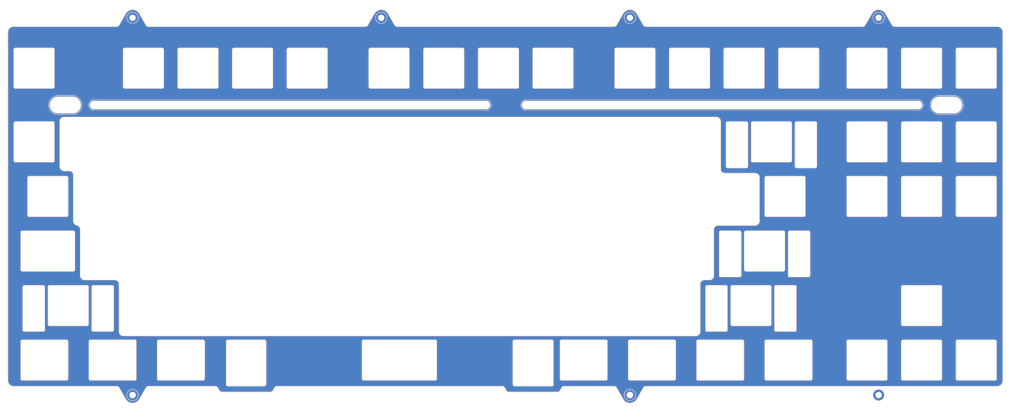
<source format=kicad_pcb>
(kicad_pcb (version 20210824) (generator pcbnew)
  (title_block (title "Mode Eighty ANSI half plate") (date "2021-09-05") (rev "V1.0") (company "Designed by Gondolindrim") (comment 1 "For Mode Designs"))
  (layers (0 "F.Cu" signal) (31 "B.Cu" signal) (34 "B.Paste" user) (35 "F.Paste" user) (36 "B.SilkS" user "B.Silkscreen") (37 "F.SilkS" user "F.Silkscreen") (38 "B.Mask" user) (39 "F.Mask" user) (44 "Edge.Cuts" user))
  (net 0 "")
  (footprint "MountingHole:MountingHole_2.2mm_M2_DIN965_Pad_TopBottom" (layer "F.Cu") (at 159.10925 31.79059)
    (fp_text reference "REF**" hide)
    (fp_text value "MountingHole_2.2mm_M2_DIN965_Pad_TopBottom" hide)
  )
  (footprint "MountingHole:MountingHole_2.2mm_M2_DIN965_Pad" (layer "F.Cu") (at 127.263 62.2746 90)
    (fp_text reference "REF**" hide)
    (fp_text value "MountingHole_2.2mm_M2_DIN965_Pad" hide)
  )
  (footprint "MountingHole:MountingHole_2.2mm_M2_DIN965_Pad_TopBottom" (layer "F.Cu") (at 245.85325 163.5477)
    (fp_text reference "REF**" hide)
    (fp_text value "MountingHole_2.2mm_M2_DIN965_Pad_TopBottom" hide)
  )
  (footprint "MountingHole:MountingHole_2.2mm_M2_DIN965_Pad" (layer "F.Cu") (at 48.90273 62.2761 90)
    (fp_text reference "REF**" hide)
    (fp_text value "MountingHole_2.2mm_M2_DIN965_Pad" hide)
  )
  (footprint "MountingHole:MountingHole_2.2mm_M2_DIN965_Pad_TopBottom" (layer "F.Cu") (at 72.36455 31.79059)
    (fp_text reference "REF**" hide)
    (fp_text value "MountingHole_2.2mm_M2_DIN965_Pad_TopBottom" hide)
  )
  (footprint "MountingHole:MountingHole_2.2mm_M2_DIN965_Pad_TopBottom" (layer "F.Cu") (at 332.59825 163.5477)
    (fp_text reference "REF**" hide)
    (fp_text value "MountingHole_2.2mm_M2_DIN965_Pad_TopBottom" hide)
  )
  (footprint "gondolindrim_kicad_logos:gondolindrim_circuit-tree_10.4x12" (layer "F.Cu") (at 190.70725 151.65)
    (fp_text reference "GR2" hide)
    (fp_text value "Gondo logo" hide)
  )
  (footprint "m80s_library:eighty_logo_17.6x8mm" (layer "F.Cu") (at 135.20725 151.65)
    (fp_text reference "GR1" hide)
    (fp_text value "Eighty plated logo")
  )
  (footprint "MountingHole:MountingHole_2.2mm_M2_DIN965_Pad" (layer "F.Cu") (at 277.96325 62.2746 90)
    (fp_text reference "REF**" hide)
    (fp_text value "MountingHole_2.2mm_M2_DIN965_Pad" hide)
  )
  (footprint "MountingHole:MountingHole_2.2mm_M2_DIN965_Pad_TopBottom" (layer "F.Cu") (at 72.36455 163.5477)
    (fp_text reference "REF**" hide)
    (fp_text value "MountingHole_2.2mm_M2_DIN965_Pad_TopBottom" hide)
  )
  (footprint "MountingHole:MountingHole_2.2mm_M2_DIN965_Pad" (layer "F.Cu") (at 356.31325 62.2746 90)
    (fp_text reference "REF**" hide)
    (fp_text value "MountingHole_2.2mm_M2_DIN965_Pad" hide)
  )
  (footprint "MountingHole:MountingHole_2.2mm_M2_DIN965_Pad_TopBottom" (layer "F.Cu") (at 245.85325 31.79059)
    (fp_text reference "REF**" hide)
    (fp_text value "MountingHole_2.2mm_M2_DIN965_Pad_TopBottom" hide)
  )
  (footprint "MountingHole:MountingHole_2.2mm_M2_DIN965_Pad_TopBottom" (layer "F.Cu") (at 332.59825 31.79059)
    (fp_text reference "REF**" hide)
    (fp_text value "MountingHole_2.2mm_M2_DIN965_Pad_TopBottom" hide)
  )
  (gr_line (start 156.779249 30.10959) (end 154.39725 34.286053) (layer "Edge.Cuts") (width 0.1))
  (gr_line (start 273.54925 123.3001) (end 271.78825 123.3001) (layer "Edge.Cuts") (width 0.1))
  (gr_arc (start 322.04425 100.6993) (end 321.54425 100.6993) (angle -90) (layer "Edge.Cuts") (width 0.1))
  (gr_line (start 279.18225 42.40009) (end 292.18125 42.40009) (layer "Edge.Cuts") (width 0.1))
  (gr_arc (start 373.14425 100.6993) (end 373.14425 101.1993) (angle -90) (layer "Edge.Cuts") (width 0.1))
  (gr_arc (start 152.97425 157.8487) (end 152.47425 157.8487) (angle -90) (layer "Edge.Cuts") (width 0.1))
  (gr_arc (start 373.14425 68.65) (end 373.64425 68.65) (angle -90) (layer "Edge.Cuts") (width 0.1))
  (gr_arc (start 225.50625 55.8991) (end 225.50625 56.3991) (angle -90) (layer "Edge.Cuts") (width 0.1))
  (gr_arc (start 73.10655 157.8487) (end 73.10655 158.3487) (angle -90) (layer "Edge.Cuts") (width 0.1))
  (gr_arc (start 126.78045 42.90009) (end 126.78045 42.40009) (angle -90) (layer "Edge.Cuts") (width 0.1))
  (gr_line (start 31.03175 55.8991) (end 31.03175 42.90009) (layer "Edge.Cuts") (width 0.1))
  (gr_line (start 56.43745 139.2997) (end 43.43795 139.2997) (layer "Edge.Cuts") (width 0.1))
  (gr_line (start 269.15625 157.8487) (end 269.15625 144.8497) (layer "Edge.Cuts") (width 0.1))
  (gr_arc (start 107.73185 55.8991) (end 107.23185 55.8991) (angle -90) (layer "Edge.Cuts") (width 0.1))
  (gr_arc (start 322.04425 157.8497) (end 321.54425 157.8497) (angle -90) (layer "Edge.Cuts") (width 0.1))
  (gr_line (start 279.43225 83.6503) (end 279.43225 68.65) (layer "Edge.Cuts") (width 0.1))
  (gr_arc (start 273.54925 121.8001) (end 273.54925 123.3001) (angle -90) (layer "Edge.Cuts") (width 0.1))
  (gr_arc (start 105.59905 144.8497) (end 105.59905 144.3497) (angle -90) (layer "Edge.Cuts") (width 0.1))
  (gr_line (start 360.14425 68.15) (end 373.14425 68.15) (layer "Edge.Cuts") (width 0.1))
  (gr_line (start 292.68125 42.90009) (end 292.68125 55.8991) (layer "Edge.Cuts") (width 0.1))
  (gr_arc (start 212.50725 42.90009) (end 212.50725 42.40009) (angle -90) (layer "Edge.Cuts") (width 0.1))
  (gr_arc (start 168.35625 42.90009) (end 168.85625 42.90009) (angle -90) (layer "Edge.Cuts") (width 0.1))
  (gr_arc (start 103.47515 161.5477) (end 102.607757 162.045325) (angle -60.157) (layer "Edge.Cuts") (width 0.1))
  (gr_line (start 52.17505 106.75) (end 52.17505 119.749) (layer "Edge.Cuts") (width 0.1))
  (gr_arc (start 206.45625 55.8991) (end 206.45625 56.3991) (angle -90) (layer "Edge.Cuts") (width 0.1))
  (gr_arc (start 322.04425 81.6493) (end 321.54425 81.6493) (angle -90) (layer "Edge.Cuts") (width 0.1))
  (gr_line (start 254.08125 56.3991) (end 241.08225 56.3991) (layer "Edge.Cuts") (width 0.1))
  (gr_line (start 254.58125 42.90009) (end 254.58125 55.8991) (layer "Edge.Cuts") (width 0.1))
  (gr_arc (start 36.29426 87.7) (end 36.29426 87.2) (angle -90) (layer "Edge.Cuts") (width 0.1))
  (gr_line (start 152.97425 144.3497) (end 177.88125 144.3497) (layer "Edge.Cuts") (width 0.1))
  (gr_line (start 88.18185 55.8991) (end 88.18185 42.90009) (layer "Edge.Cuts") (width 0.1))
  (gr_arc (start 301.70625 81.6493) (end 301.70625 82.1493) (angle -90) (layer "Edge.Cuts") (width 0.1))
  (gr_line (start 340.59425 55.8991) (end 340.59425 42.90009) (layer "Edge.Cuts") (width 0.1))
  (gr_arc (start 56.43745 138.7997) (end 56.43745 139.2997) (angle -90) (layer "Edge.Cuts") (width 0.1))
  (gr_line (start 373.14425 101.1993) (end 360.14425 101.1993) (layer "Edge.Cuts") (width 0.1))
  (gr_line (start 245.84425 144.3497) (end 261.22525 144.3497) (layer "Edge.Cuts") (width 0.1))
  (gr_arc (start 193.45725 55.8991) (end 192.95725 55.8991) (angle -90) (layer "Edge.Cuts") (width 0.1))
  (gr_arc (start 201.26025 161.5477) (end 202.128881 161.052241) (angle -60.3) (layer "Edge.Cuts") (width 0.1))
  (gr_arc (start 53.29375 102.75) (end 51.79375 102.75) (angle -78.096) (layer "Edge.Cuts") (width 0.1))
  (gr_arc (start 303.98225 83.6503) (end 303.48225 83.6503) (angle -90) (layer "Edge.Cuts") (width 0.1))
  (gr_arc (start 174.40725 55.8991) (end 173.90725 55.8991) (angle -90) (layer "Edge.Cuts") (width 0.1))
  (gr_line (start 275.04925 105.75) (end 275.04925 121.8001) (layer "Edge.Cuts") (width 0.1))
  (gr_line (start 299.82525 106.75) (end 299.82525 119.7493) (layer "Edge.Cuts") (width 0.1))
  (gr_line (start 297.73225 55.8991) (end 297.73225 42.90009) (layer "Edge.Cuts") (width 0.1))
  (gr_arc (start 354.09425 68.65) (end 354.59425 68.65) (angle -90) (layer "Edge.Cuts") (width 0.1))
  (gr_line (start 277.43225 68.0246) (end 277.43225 84.6503) (layer "Edge.Cuts") (width 0.1))
  (gr_line (start 259.63225 55.8991) (end 259.63225 42.90009) (layer "Edge.Cuts") (width 0.1))
  (gr_arc (start 354.09425 157.8497) (end 354.09425 158.3497) (angle -90) (layer "Edge.Cuts") (width 0.1))
  (gr_line (start 174.40725 42.40009) (end 187.40625 42.40009) (layer "Edge.Cuts") (width 0.1))
  (gr_arc (start 66.78375 33.79059) (end 66.78375 34.790591) (angle -60.3) (layer "Edge.Cuts") (width 0.1))
  (gr_line (start 28.828185 158.5477) (end 28.828185 36.79059) (layer "Edge.Cuts") (width 0.1))
  (gr_line (start 67.71245 141.3497) (end 67.71245 124.8001) (layer "Edge.Cuts") (width 0.1))
  (gr_line (start 294.562249 139.2997) (end 281.56225 139.2997) (layer "Edge.Cuts") (width 0.1))
  (gr_arc (start 96.91905 144.8497) (end 97.41905 144.8497) (angle -90) (layer "Edge.Cuts") (width 0.1))
  (gr_arc (start 293.46925 144.8497) (end 293.46925 144.3497) (angle -90) (layer "Edge.Cuts") (width 0.1))
  (gr_line (start 321.54425 157.8497) (end 321.54425 144.8497) (layer "Edge.Cuts") (width 0.1))
  (gr_arc (start 152.97425 144.8497) (end 152.97425 144.3497) (angle -90) (layer "Edge.Cuts") (width 0.1))
  (gr_line (start 308.10025 122.2503) (end 301.59925 122.2503) (layer "Edge.Cuts") (width 0.1))
  (gr_line (start 65.21245 141.3007) (end 58.71295 141.3007) (layer "Edge.Cuts") (width 0.1))
  (gr_arc (start 49.29385 100.6993) (end 49.29385 101.1993) (angle -90) (layer "Edge.Cuts") (width 0.1))
  (gr_line (start 373.64425 42.90009) (end 373.64425 55.8991) (layer "Edge.Cuts") (width 0.1))
  (gr_arc (start 285.03725 144.8497) (end 285.53725 144.8497) (angle -90) (layer "Edge.Cuts") (width 0.1))
  (gr_arc (start 293.46925 157.8487) (end 292.96925 157.8487) (angle -90) (layer "Edge.Cuts") (width 0.1))
  (gr_line (start 41.16245 141.3007) (end 34.6629 141.3007) (layer "Edge.Cuts") (width 0.1))
  (gr_arc (start 322.04425 68.65) (end 322.04425 68.15) (angle -90) (layer "Edge.Cuts") (width 0.1))
  (gr_line (start 101.68115 56.3991) (end 88.68185 56.3991) (layer "Edge.Cuts") (width 0.1))
  (gr_arc (start 205.59925 144.8497) (end 205.59925 144.3497) (angle -90) (layer "Edge.Cuts") (width 0.1))
  (gr_line (start 337.31125 34.286053) (end 334.92825 30.10959) (layer "Edge.Cuts") (width 0.1))
  (gr_arc (start 49.29405 157.8487) (end 49.29405 158.3487) (angle -90) (layer "Edge.Cuts") (width 0.1))
  (gr_arc (start 58.71295 140.8007) (end 58.21295 140.8007) (angle -90) (layer "Edge.Cuts") (width 0.1))
  (gr_line (start 373.14425 82.1493) (end 360.14425 82.1493) (layer "Edge.Cuts") (width 0.1))
  (gr_arc (start 335.04425 87.7) (end 335.54425 87.7) (angle -90) (layer "Edge.Cuts") (width 0.1))
  (gr_line (start 107.73185 42.40009) (end 120.73115 42.40009) (layer "Edge.Cuts") (width 0.1))
  (gr_arc (start 57.72415 144.8497) (end 57.72415 144.3497) (angle -90) (layer "Edge.Cuts") (width 0.1))
  (gr_arc (start 118.35015 159.8507) (end 118.35015 160.3507) (angle -90) (layer "Edge.Cuts") (width 0.1))
  (gr_line (start 273.13125 56.3991) (end 260.13225 56.3991) (layer "Edge.Cuts") (width 0.1))
  (gr_arc (start 88.68185 55.8991) (end 88.18185 55.8991) (angle -90) (layer "Edge.Cuts") (width 0.1))
  (gr_arc (start 69.21245 141.3497) (end 67.71245 141.3497) (angle -90) (layer "Edge.Cuts") (width 0.1))
  (gr_line (start 35.79426 100.6993) (end 35.79426 87.7) (layer "Edge.Cuts") (width 0.1))
  (gr_arc (start 335.04425 55.8991) (end 335.04425 56.3991) (angle -90) (layer "Edge.Cuts") (width 0.1))
  (gr_arc (start 168.35625 55.8991) (end 168.35625 56.3991) (angle -90) (layer "Edge.Cuts") (width 0.1))
  (gr_line (start 373.971249 160.547701) (end 251.43425 160.5477) (layer "Edge.Cuts") (width 0.1))
  (gr_line (start 240.27325 34.790594) (end 164.69025 34.790594) (layer "Edge.Cuts") (width 0.1))
  (gr_arc (start 306.46925 87.7) (end 306.96925 87.7) (angle -90) (layer "Edge.Cuts") (width 0.1))
  (gr_line (start 154.85725 55.8991) (end 154.85725 42.90009) (layer "Edge.Cuts") (width 0.1))
  (gr_line (start 303.83725 125.8001) (end 303.83725 140.8007) (layer "Edge.Cuts") (width 0.1))
  (gr_arc (start 187.40625 42.90009) (end 187.90625 42.90009) (angle -90) (layer "Edge.Cuts") (width 0.1))
  (gr_arc (start 237.41225 157.8497) (end 237.41225 158.3497) (angle -90) (layer "Edge.Cuts") (width 0.1))
  (gr_line (start 301.70625 82.1493) (end 288.70725 82.1493) (layer "Edge.Cuts") (width 0.1))
  (gr_line (start 57.22415 144.8497) (end 57.22415 157.8487) (layer "Edge.Cuts") (width 0.1))
  (gr_line (start 212.00725 55.8991) (end 212.00725 42.90009) (layer "Edge.Cuts") (width 0.1))
  (gr_arc (start 271.78825 124.8001) (end 271.78825 123.3001) (angle -90) (layer "Edge.Cuts") (width 0.1))
  (gr_arc (start 322.04425 144.8497) (end 322.04425 144.3497) (angle -90) (layer "Edge.Cuts") (width 0.1))
  (gr_arc (start 281.56225 125.8001) (end 281.56225 125.3001) (angle -90) (layer "Edge.Cuts") (width 0.1))
  (gr_arc (start 261.22525 157.8487) (end 261.22525 158.3487) (angle -90) (layer "Edge.Cuts") (width 0.1))
  (gr_arc (start 126.78045 55.8991) (end 126.28045 55.8991) (angle -90) (layer "Edge.Cuts") (width 0.1))
  (gr_line (start 45.03135 42.90009) (end 45.03135 55.8991) (layer "Edge.Cuts") (width 0.1))
  (gr_arc (start 101.68115 55.8991) (end 101.68115 56.3991) (angle -90) (layer "Edge.Cuts") (width 0.1))
  (gr_line (start 34.1629 140.8007) (end 34.1629 125.8001) (layer "Edge.Cuts") (width 0.1))
  (gr_line (start 268.78825 142.8497) (end 69.21245 142.8497) (layer "Edge.Cuts") (width 0.1))
  (gr_arc (start 293.46925 87.7) (end 293.46925 87.2) (angle -90) (layer "Edge.Cuts") (width 0.1))
  (gr_arc (start 278.93225 84.6503) (end 277.43225 84.6503) (angle -90) (layer "Edge.Cuts") (width 0.1))
  (gr_arc (start 303.98225 68.65) (end 303.98225 68.15) (angle -90) (layer "Edge.Cuts") (width 0.1))
  (gr_line (start 36.29426 87.2) (end 49.29385 87.2) (layer "Edge.Cuts") (width 0.1))
  (gr_arc (start 273.13125 42.90009) (end 273.63125 42.90009) (angle -90) (layer "Edge.Cuts") (width 0.1))
  (gr_line (start 107.23185 55.8991) (end 107.23185 42.90009) (layer "Edge.Cuts") (width 0.1))
  (gr_line (start 206.95625 42.90009) (end 206.95625 55.8991) (layer "Edge.Cuts") (width 0.1))
  (gr_line (start 354.09425 101.1993) (end 341.09425 101.1993) (layer "Edge.Cuts") (width 0.1))
  (gr_line (start 285.03725 158.3487) (end 269.65625 158.3487) (layer "Edge.Cuts") (width 0.1))
  (gr_line (start 66.21245 123.3001) (end 55.67495 123.3001) (layer "Edge.Cuts") (width 0.1))
  (gr_arc (start 341.09425 81.6493) (end 340.59425 81.6493) (angle -90) (layer "Edge.Cuts") (width 0.1))
  (gr_arc (start 237.41225 144.8497) (end 237.91225 144.8497) (angle -90) (layer "Edge.Cuts") (width 0.1))
  (gr_arc (start 120.73115 42.90009) (end 121.23115 42.90009) (angle -90) (layer "Edge.Cuts") (width 0.1))
  (gr_line (start 277.04925 121.7503) (end 277.04925 106.75) (layer "Edge.Cuts") (width 0.1))
  (gr_arc (start 354.09425 81.6493) (end 354.09425 82.1493) (angle -90) (layer "Edge.Cuts") (width 0.1))
  (gr_line (start 321.54425 81.6493) (end 321.54425 68.65) (layer "Edge.Cuts") (width 0.1))
  (gr_line (start 286.43125 84.1503) (end 279.93225 84.1503) (layer "Edge.Cuts") (width 0.1))
  (gr_arc (start 218.60025 144.8497) (end 219.10025 144.8497) (angle -90) (layer "Edge.Cuts") (width 0.1))
  (gr_line (start 44.53135 56.3991) (end 31.53175 56.3991) (layer "Edge.Cuts") (width 0.1))
  (gr_arc (start 49.29385 87.7) (end 49.79385 87.7) (angle -90) (layer "Edge.Cuts") (width 0.1))
  (gr_line (start 187.90625 42.90009) (end 187.90625 55.8991) (layer "Edge.Cuts") (width 0.1))
  (gr_arc (start 120.73115 55.8991) (end 120.73115 56.3991) (angle -90) (layer "Edge.Cuts") (width 0.1))
  (gr_arc (start 373.14425 81.6493) (end 373.14425 82.1493) (angle -90) (layer "Edge.Cuts") (width 0.1))
  (gr_arc (start 122.77995 161.5477) (end 122.77995 160.5477) (angle -60.157) (layer "Edge.Cuts") (width 0.1))
  (gr_line (start 51.79375 102.75) (end 51.79375 86.7) (layer "Edge.Cuts") (width 0.1))
  (gr_arc (start 139.78125 55.8991) (end 139.78125 56.3991) (angle -90) (layer "Edge.Cuts") (width 0.1))
  (gr_arc (start 286.324249 106.75) (end 286.324249 106.25) (angle -90) (layer "Edge.Cuts") (width 0.1))
  (gr_line (start 241.14125 161.0517) (end 243.52325 165.2287) (layer "Edge.Cuts") (width 0.1))
  (gr_line (start 354.59425 42.90009) (end 354.59425 55.8991) (layer "Edge.Cuts") (width 0.1))
  (gr_line (start 335.54425 144.8497) (end 335.54425 157.8497) (layer "Edge.Cuts") (width 0.1))
  (gr_line (start 206.45625 56.3991) (end 193.45725 56.3991) (layer "Edge.Cuts") (width 0.1))
  (gr_line (start 168.35625 56.3991) (end 155.35725 56.3991) (layer "Edge.Cuts") (width 0.1))
  (gr_arc (start 354.09425 138.7997) (end 354.09425 139.2997) (angle -90) (layer "Edge.Cuts") (width 0.1))
  (gr_arc (start 65.21245 125.8001) (end 65.71245 125.8001) (angle -90) (layer "Edge.Cuts") (width 0.1))
  (gr_line (start 248.18325 165.2287) (end 250.56625 161.0517) (layer "Edge.Cuts") (width 0.1))
  (gr_arc (start 276.54925 105.75) (end 276.54925 104.25) (angle -90) (layer "Edge.Cuts") (width 0.1))
  (gr_arc (start 261.22525 144.8497) (end 261.72525 144.8497) (angle -90) (layer "Edge.Cuts") (width 0.1))
  (gr_line (start 245.34425 157.8487) (end 245.34425 144.8497) (layer "Edge.Cuts") (width 0.1))
  (gr_arc (start 44.53135 42.90009) (end 45.03135 42.90009) (angle -90) (layer "Edge.Cuts") (width 0.1))
  (gr_line (start 43.43795 125.3001) (end 56.43745 125.3001) (layer "Edge.Cuts") (width 0.1))
  (gr_arc (start 260.13225 55.8991) (end 259.63225 55.8991) (angle -90) (layer "Edge.Cuts") (width 0.1))
  (gr_arc (start 36.29426 100.6993) (end 35.79426 100.6993) (angle -90) (layer "Edge.Cuts") (width 0.1))
  (gr_arc (start 354.09425 42.90009) (end 354.59425 42.90009) (angle -90) (layer "Edge.Cuts") (width 0.1))
  (gr_line (start 341.09425 87.2) (end 354.09425 87.2) (layer "Edge.Cuts") (width 0.1))
  (gr_line (start 34.6629 125.3001) (end 41.16245 125.3001) (layer "Edge.Cuts") (width 0.1))
  (gr_arc (start 218.60025 159.8507) (end 218.60025 160.3507) (angle -90) (layer "Edge.Cuts") (width 0.1))
  (gr_arc (start 69.63185 55.8991) (end 69.13185 55.8991) (angle -90) (layer "Edge.Cuts") (width 0.1))
  (gr_arc (start 294.562249 138.7997) (end 294.562249 139.2997) (angle -90) (layer "Edge.Cuts") (width 0.1))
  (gr_line (start 102.18115 42.90009) (end 102.18115 55.8991) (layer "Edge.Cuts") (width 0.1))
  (gr_arc (start 360.14425 81.6493) (end 359.64425 81.6493) (angle -90) (layer "Edge.Cuts") (width 0.1))
  (gr_arc (start 41.16245 140.8007) (end 41.16245 141.3007) (angle -90) (layer "Edge.Cuts") (width 0.1))
  (gr_arc (start 303.33725 125.8001) (end 303.83725 125.8001) (angle -90) (layer "Edge.Cuts") (width 0.1))
  (gr_line (start 360.14425 144.3497) (end 373.14425 144.3497) (layer "Edge.Cuts") (width 0.1))
  (gr_arc (start 155.35725 42.90009) (end 155.35725 42.40009) (angle -90) (layer "Edge.Cuts") (width 0.1))
  (gr_arc (start 299.32525 106.75) (end 299.82525 106.75) (angle -90) (layer "Edge.Cuts") (width 0.1))
  (gr_line (start 373.97125 34.790594) (end 338.17925 34.790594) (layer "Edge.Cuts") (width 0.1))
  (gr_arc (start 360.14425 87.7) (end 360.14425 87.2) (angle -90) (layer "Edge.Cuts") (width 0.1))
  (gr_arc (start 335.04425 68.65) (end 335.54425 68.65) (angle -90) (layer "Edge.Cuts") (width 0.1))
  (gr_line (start 310.98125 68.65) (end 310.98125 83.6503) (layer "Edge.Cuts") (width 0.1))
  (gr_arc (start 335.04425 144.8497) (end 335.54425 144.8497) (angle -90) (layer "Edge.Cuts") (width 0.1))
  (gr_arc (start 31.53175 68.65) (end 31.53175 68.15) (angle -90) (layer "Edge.Cuts") (width 0.1))
  (gr_arc (start 311.23125 55.8991) (end 311.23125 56.3991) (angle -90) (layer "Edge.Cuts") (width 0.1))
  (gr_line (start 293.46925 144.3497) (end 308.85025 144.3497) (layer "Edge.Cuts") (width 0.1))
  (gr_line (start 187.40625 56.3991) (end 174.40725 56.3991) (layer "Edge.Cuts") (width 0.1))
  (gr_arc (start 212.50725 55.8991) (end 212.00725 55.8991) (angle -90) (layer "Edge.Cuts") (width 0.1))
  (gr_line (start 220.63625 162.5477) (end 203.56225 162.5477) (layer "Edge.Cuts") (width 0.1))
  (gr_line (start 354.09425 56.3991) (end 341.09425 56.3991) (layer "Edge.Cuts") (width 0.1))
  (gr_line (start 303.48225 83.6503) (end 303.48225 68.65) (layer "Edge.Cuts") (width 0.1))
  (gr_arc (start 360.14425 68.65) (end 360.14425 68.15) (angle -90) (layer "Edge.Cuts") (width 0.1))
  (gr_line (start 373.14425 56.3991) (end 360.14425 56.3991) (layer "Edge.Cuts") (width 0.1))
  (gr_line (start 285.824249 119.7493) (end 285.824249 106.75) (layer "Edge.Cuts") (width 0.1))
  (gr_line (start 354.59425 125.8001) (end 354.59425 138.7997) (layer "Edge.Cuts") (width 0.1))
  (gr_arc (start 298.23225 42.90009) (end 298.23225 42.40009) (angle -90) (layer "Edge.Cuts") (width 0.1))
  (gr_arc (start 281.56225 138.7997) (end 281.06225 138.7997) (angle -90) (layer "Edge.Cuts") (width 0.1))
  (gr_line (start 341.09425 42.40009) (end 354.09425 42.40009) (layer "Edge.Cuts") (width 0.1))
  (gr_line (start 67.65235 161.0517) (end 70.03455 165.2287) (layer "Edge.Cuts") (width 0.1))
  (gr_line (start 354.59425 87.7) (end 354.59425 100.6993) (layer "Edge.Cuts") (width 0.1))
  (gr_line (start 335.04425 82.1493) (end 322.04425 82.1493) (layer "Edge.Cuts") (width 0.1))
  (gr_arc (start 81.53815 144.8497) (end 81.53815 144.3497) (angle -90) (layer "Edge.Cuts") (width 0.1))
  (gr_line (start 139.78125 56.3991) (end 126.78045 56.3991) (layer "Edge.Cuts") (width 0.1))
  (gr_line (start 273.63125 42.90009) (end 273.63125 55.8991) (layer "Edge.Cuts") (width 0.1))
  (gr_line (start 81.53815 144.3497) (end 96.91905 144.3497) (layer "Edge.Cuts") (width 0.1))
  (gr_arc (start 31.53175 42.90009) (end 31.53175 42.40009) (angle -90) (layer "Edge.Cuts") (width 0.1))
  (gr_line (start 31.53175 68.15) (end 44.53125 68.15) (layer "Edge.Cuts") (width 0.1))
  (gr_line (start 373.64425 68.65) (end 373.64425 81.6493) (layer "Edge.Cuts") (width 0.1))
  (gr_line (start 51.67505 120.249) (end 33.91277 120.249) (layer "Edge.Cuts") (width 0.1))
  (gr_line (start 221.53125 157.8497) (end 221.53125 144.8497) (layer "Edge.Cuts") (width 0.1))
  (gr_line (start 122.77995 160.5477) (end 201.26025 160.5477) (layer "Edge.Cuts") (width 0.1))
  (gr_line (start 69.63185 42.40009) (end 82.63115 42.40009) (layer "Edge.Cuts") (width 0.1))
  (gr_line (start 288.20725 81.6493) (end 288.20725 68.65) (layer "Edge.Cuts") (width 0.1))
  (gr_line (start 192.95725 55.8991) (end 192.95725 42.90009) (layer "Edge.Cuts") (width 0.1))
  (gr_line (start 269.65625 144.3497) (end 285.03725 144.3497) (layer "Edge.Cuts") (width 0.1))
  (gr_line (start 66.78375 34.790594) (end 30.82818 34.790594) (layer "Edge.Cuts") (width 0.1))
  (gr_line (start 260.13225 42.40009) (end 273.13125 42.40009) (layer "Edge.Cuts") (width 0.1))
  (gr_line (start 322.04425 42.40009) (end 335.04425 42.40009) (layer "Edge.Cuts") (width 0.1))
  (gr_line (start 285.53725 144.8497) (end 285.53725 157.8487) (layer "Edge.Cuts") (width 0.1))
  (gr_line (start 126.78045 42.40009) (end 139.78125 42.40009) (layer "Edge.Cuts") (width 0.1))
  (gr_arc (start 43.43795 125.8001) (end 43.43795 125.3001) (angle -90) (layer "Edge.Cuts") (width 0.1))
  (gr_line (start 88.68185 42.40009) (end 101.68115 42.40009) (layer "Edge.Cuts") (width 0.1))
  (gr_arc (start 66.78375 161.5477) (end 67.652381 161.052241) (angle -60.3) (layer "Edge.Cuts") (width 0.1))
  (gr_arc (start 332.59825 31.79059) (end 334.928256 30.109587) (angle -108.3821) (layer "Edge.Cuts") (width 0.1))
  (gr_arc (start 159.10925 31.79059) (end 161.439256 30.109587) (angle -108.3821) (layer "Edge.Cuts") (width 0.1))
  (gr_line (start 73.10655 158.3487) (end 57.72415 158.3487) (layer "Edge.Cuts") (width 0.1))
  (gr_arc (start 354.09425 144.8497) (end 354.59425 144.8497) (angle -90) (layer "Edge.Cuts") (width 0.1))
  (gr_line (start 340.59425 81.6493) (end 340.59425 68.65) (layer "Edge.Cuts") (width 0.1))
  (gr_arc (start 205.59925 159.8507) (end 205.09925 159.8507) (angle -90) (layer "Edge.Cuts") (width 0.1))
  (gr_arc (start 341.09425 144.8497) (end 341.09425 144.3497) (angle -90) (layer "Edge.Cuts") (width 0.1))
  (gr_line (start 178.38125 144.8497) (end 178.38125 157.8487) (layer "Edge.Cuts") (width 0.1))
  (gr_arc (start 82.63115 55.8991) (end 82.63115 56.3991) (angle -90) (layer "Edge.Cuts") (width 0.1))
  (gr_arc (start 272.78825 140.8007) (end 272.28825 140.8007) (angle -90) (layer "Edge.Cuts") (width 0.1))
  (gr_arc (start 49.29405 144.8497) (end 49.79405 144.8497) (angle -90) (layer "Edge.Cuts") (width 0.1))
  (gr_arc (start 354.09425 87.7) (end 354.59425 87.7) (angle -90) (layer "Edge.Cuts") (width 0.1))
  (gr_arc (start 105.59905 159.8507) (end 105.09905 159.8507) (angle -90) (layer "Edge.Cuts") (width 0.1))
  (gr_line (start 120.47415 162.5477) (end 103.47515 162.5477) (layer "Edge.Cuts") (width 0.1))
  (gr_line (start 281.06225 138.7997) (end 281.06225 125.8001) (layer "Edge.Cuts") (width 0.1))
  (gr_arc (start 44.53135 55.8991) (end 44.53135 56.3991) (angle -90) (layer "Edge.Cuts") (width 0.1))
  (gr_arc (start 293.46925 100.6993) (end 292.96925 100.6993) (angle -90) (layer "Edge.Cuts") (width 0.1))
  (gr_line (start 240.58225 55.8991) (end 240.58225 42.90009) (layer "Edge.Cuts") (width 0.1))
  (gr_line (start 73.60655 144.8497) (end 73.60655 157.8487) (layer "Edge.Cuts") (width 0.1))
  (gr_line (start 322.04425 68.15) (end 335.04425 68.15) (layer "Edge.Cuts") (width 0.1))
  (gr_line (start 47.03125 83.7) (end 47.03125 68.0246) (layer "Edge.Cuts") (width 0.1))
  (gr_line (start 272.28825 140.8007) (end 272.28825 125.8001) (layer "Edge.Cuts") (width 0.1))
  (gr_line (start 49.29405 144.3497) (end 33.91301 144.3497) (layer "Edge.Cuts") (width 0.1))
  (gr_arc (start 294.562249 125.8001) (end 295.062249 125.8001) (angle -90) (layer "Edge.Cuts") (width 0.1))
  (gr_arc (start 153.52825 33.79059) (end 153.52825 34.790591) (angle -60.3) (layer "Edge.Cuts") (width 0.1))
  (gr_line (start 222.03125 144.3497) (end 237.41225 144.3497) (layer "Edge.Cuts") (width 0.1))
  (gr_arc (start 58.71295 125.8001) (end 58.71295 125.3001) (angle -90) (layer "Edge.Cuts") (width 0.1))
  (gr_arc (start 373.971249 158.5477) (end 373.971249 160.547701) (angle -90) (layer "Edge.Cuts") (width 0.1))
  (gr_arc (start 277.54925 106.75) (end 277.54925 106.25) (angle -90) (layer "Edge.Cuts") (width 0.1))
  (gr_arc (start 118.35015 144.8497) (end 118.85015 144.8497) (angle -90) (layer "Edge.Cuts") (width 0.1))
  (gr_line (start 301.09925 121.7503) (end 301.09925 106.75) (layer "Edge.Cuts") (width 0.1))
  (gr_arc (start 279.93225 83.6503) (end 279.43225 83.6503) (angle -90) (layer "Edge.Cuts") (width 0.1))
  (gr_arc (start 268.78825 141.3497) (end 268.78825 142.8497) (angle -90) (layer "Edge.Cuts") (width 0.1))
  (gr_arc (start 139.78125 42.90009) (end 140.28125 42.90009) (angle -90) (layer "Edge.Cuts") (width 0.1))
  (gr_line (start 218.60025 160.3507) (end 205.59925 160.3507) (layer "Edge.Cuts") (width 0.1))
  (gr_arc (start 292.18125 55.8991) (end 292.18125 56.3991) (angle -90) (layer "Edge.Cuts") (width 0.1))
  (gr_arc (start 245.85325 163.5477) (end 243.523246 165.228707) (angle -108.3821) (layer "Edge.Cuts") (width 0.1))
  (gr_arc (start 33.91277 106.75) (end 33.91277 106.25) (angle -90) (layer "Edge.Cuts") (width 0.1))
  (gr_arc (start 335.04425 81.6493) (end 335.04425 82.1493) (angle -90) (layer "Edge.Cuts") (width 0.1))
  (gr_line (start 237.41225 158.3497) (end 222.03125 158.3497) (layer "Edge.Cuts") (width 0.1))
  (gr_line (start 288.70725 68.15) (end 301.70625 68.15) (layer "Edge.Cuts") (width 0.1))
  (gr_arc (start 245.85325 31.79059) (end 248.183256 30.109587) (angle -108.3821) (layer "Edge.Cuts") (width 0.1))
  (gr_line (start 290.96925 87.6503) (end 290.96925 102.75) (layer "Edge.Cuts") (width 0.1))
  (gr_arc (start 177.88125 157.8487) (end 177.88125 158.3487) (angle -90) (layer "Edge.Cuts") (width 0.1))
  (gr_arc (start 56.43745 125.8001) (end 56.93745 125.8001) (angle -90) (layer "Edge.Cuts") (width 0.1))
  (gr_arc (start 335.04425 42.90009) (end 335.54425 42.90009) (angle -90) (layer "Edge.Cuts") (width 0.1))
  (gr_line (start 121.34155 162.0447) (end 121.91255 161.0497) (layer "Edge.Cuts") (width 0.1))
  (gr_line (start 219.10025 144.8497) (end 219.10025 159.8507) (layer "Edge.Cuts") (width 0.1))
  (gr_line (start 286.93125 68.65) (end 286.93125 83.6503) (layer "Edge.Cuts") (width 0.1))
  (gr_line (start 335.54425 68.65) (end 335.54425 81.6493) (layer "Edge.Cuts") (width 0.1))
  (gr_line (start 58.71295 125.3001) (end 65.21245 125.3001) (layer "Edge.Cuts") (width 0.1))
  (gr_line (start 49.29385 101.1993) (end 36.29426 101.1993) (layer "Edge.Cuts") (width 0.1))
  (gr_arc (start 251.43425 33.79059) (end 250.565618 34.286049) (angle -60.3) (layer "Edge.Cuts") (width 0.1))
  (gr_arc (start 279.28825 125.8001) (end 279.78825 125.8001) (angle -90) (layer "Edge.Cuts") (width 0.1))
  (gr_line (start 306.46925 101.1993) (end 293.46925 101.1993) (layer "Edge.Cuts") (width 0.1))
  (gr_arc (start 101.16935 161.5477) (end 102.036742 161.050074) (angle -60.157) (layer "Edge.Cuts") (width 0.1))
  (gr_line (start 155.35725 42.40009) (end 168.35625 42.40009) (layer "Edge.Cuts") (width 0.1))
  (gr_line (start 278.93225 86.1503) (end 289.46925 86.1503) (layer "Edge.Cuts") (width 0.1))
  (gr_arc (start 34.6629 125.8001) (end 34.6629 125.3001) (angle -90) (layer "Edge.Cuts") (width 0.1))
  (gr_line (start 335.54425 42.90009) (end 335.54425 55.8991) (layer "Edge.Cuts") (width 0.1))
  (gr_line (start 308.60025 106.75) (end 308.60025 121.7503) (layer "Edge.Cuts") (width 0.1))
  (gr_arc (start 373.97125 36.79059) (end 375.97125 36.79059) (angle -90) (layer "Edge.Cuts") (width 0.1))
  (gr_line (start 49.79405 144.8497) (end 49.79405 157.8487) (layer "Edge.Cuts") (width 0.1))
  (gr_line (start 250.56625 34.286053) (end 248.18325 30.10959) (layer "Edge.Cuts") (width 0.1))
  (gr_arc (start 275.93225 68.0246) (end 277.43225 68.0246) (angle -90) (layer "Edge.Cuts") (width 0.1))
  (gr_line (start 354.59425 144.8497) (end 354.59425 157.8497) (layer "Edge.Cuts") (width 0.1))
  (gr_arc (start 57.72415 157.8487) (end 57.22415 157.8487) (angle -90) (layer "Edge.Cuts") (width 0.1))
  (gr_line (start 57.72415 144.3497) (end 73.10655 144.3497) (layer "Edge.Cuts") (width 0.1))
  (gr_line (start 359.64425 55.8991) (end 359.64425 42.90009) (layer "Edge.Cuts") (width 0.1))
  (gr_line (start 330.26825 30.10959) (end 327.88625 34.286053) (layer "Edge.Cuts") (width 0.1))
  (gr_arc (start 288.70725 81.6493) (end 288.20725 81.6493) (angle -90) (layer "Edge.Cuts") (width 0.1))
  (gr_line (start 48.53125 66.5246) (end 275.93225 66.5246) (layer "Edge.Cuts") (width 0.1))
  (gr_arc (start 341.09425 55.8991) (end 340.59425 55.8991) (angle -90) (layer "Edge.Cuts") (width 0.1))
  (gr_arc (start 308.85025 157.8487) (end 308.85025 158.3487) (angle -90) (layer "Edge.Cuts") (width 0.1))
  (gr_arc (start 327.01825 33.79059) (end 327.01825 34.790591) (angle -60.3) (layer "Edge.Cuts") (width 0.1))
  (gr_line (start 241.08225 42.40009) (end 254.08125 42.40009) (layer "Edge.Cuts") (width 0.1))
  (gr_line (start 373.14425 158.3497) (end 360.14425 158.3497) (layer "Edge.Cuts") (width 0.1))
  (gr_arc (start 360.14425 42.90009) (end 360.14425 42.40009) (angle -90) (layer "Edge.Cuts") (width 0.1))
  (gr_arc (start 51.67505 119.749) (end 51.67505 120.249) (angle -90) (layer "Edge.Cuts") (width 0.1))
  (gr_line (start 301.59925 106.25) (end 308.10025 106.25) (layer "Edge.Cuts") (width 0.1))
  (gr_arc (start 306.46925 100.6993) (end 306.46925 101.1993) (angle -90) (layer "Edge.Cuts") (width 0.1))
  (gr_arc (start 341.09425 125.8001) (end 341.09425 125.3001) (angle -90) (layer "Edge.Cuts") (width 0.1))
  (gr_line (start 97.41905 144.8497) (end 97.41905 157.8487) (layer "Edge.Cuts") (width 0.1))
  (gr_arc (start 51.67505 106.75) (end 52.17505 106.75) (angle -90) (layer "Edge.Cuts") (width 0.1))
  (gr_line (start 340.59425 100.6993) (end 340.59425 87.7) (layer "Edge.Cuts") (width 0.1))
  (gr_line (start 222.93925 160.5477) (end 240.27325 160.5477) (layer "Edge.Cuts") (width 0.1))
  (gr_line (start 341.09425 144.3497) (end 354.09425 144.3497) (layer "Edge.Cuts") (width 0.1))
  (gr_arc (start 296.83825 140.8007) (end 296.33825 140.8007) (angle -90) (layer "Edge.Cuts") (width 0.1))
  (gr_arc (start 311.23125 42.90009) (end 311.73125 42.90009) (angle -90) (layer "Edge.Cuts") (width 0.1))
  (gr_arc (start 286.43125 83.6503) (end 286.43125 84.1503) (angle -90) (layer "Edge.Cuts") (width 0.1))
  (gr_arc (start 96.91905 157.8487) (end 96.91905 158.3487) (angle -90) (layer "Edge.Cuts") (width 0.1))
  (gr_arc (start 310.48125 83.6503) (end 310.48125 84.1503) (angle -90) (layer "Edge.Cuts") (width 0.1))
  (gr_arc (start 88.68185 42.90009) (end 88.68185 42.40009) (angle -90) (layer "Edge.Cuts") (width 0.1))
  (gr_line (start 120.73115 56.3991) (end 107.73185 56.3991) (layer "Edge.Cuts") (width 0.1))
  (gr_arc (start 301.59925 121.7503) (end 301.09925 121.7503) (angle -90) (layer "Edge.Cuts") (width 0.1))
  (gr_arc (start 373.14425 144.8497) (end 373.64425 144.8497) (angle -90) (layer "Edge.Cuts") (width 0.1))
  (gr_line (start 205.59925 144.3497) (end 218.60025 144.3497) (layer "Edge.Cuts") (width 0.1))
  (gr_line (start 31.53175 42.40009) (end 44.53135 42.40009) (layer "Edge.Cuts") (width 0.1))
  (gr_arc (start 73.10655 144.8497) (end 73.60655 144.8497) (angle -90) (layer "Edge.Cuts") (width 0.1))
  (gr_arc (start 354.09425 125.8001) (end 354.59425 125.8001) (angle -90) (layer "Edge.Cuts") (width 0.1))
  (gr_arc (start 373.14425 55.8991) (end 373.14425 56.3991) (angle -90) (layer "Edge.Cuts") (width 0.1))
  (gr_arc (start 254.08125 55.8991) (end 254.08125 56.3991) (angle -90) (layer "Edge.Cuts") (width 0.1))
  (gr_line (start 295.062249 125.8001) (end 295.062249 138.7997) (layer "Edge.Cuts") (width 0.1))
  (gr_arc (start 354.09425 55.8991) (end 354.09425 56.3991) (angle -90) (layer "Edge.Cuts") (width 0.1))
  (gr_arc (start 308.10025 106.75) (end 308.60025 106.75) (angle -90) (layer "Edge.Cuts") (width 0.1))
  (gr_arc (start 285.03725 157.8487) (end 285.03725 158.3487) (angle -90) (layer "Edge.Cuts") (width 0.1))
  (gr_arc (start 310.48125 68.65) (end 310.98125 68.65) (angle -90) (layer "Edge.Cuts") (width 0.1))
  (gr_line (start 177.88125 158.3487) (end 152.97425 158.3487) (layer "Edge.Cuts") (width 0.1))
  (gr_line (start 354.59425 68.65) (end 354.59425 81.6493) (layer "Edge.Cuts") (width 0.1))
  (gr_arc (start 279.18225 55.8991) (end 278.68225 55.8991) (angle -90) (layer "Edge.Cuts") (width 0.1))
  (gr_arc (start 289.46925 102.75) (end 289.46925 104.25) (angle -90) (layer "Edge.Cuts") (width 0.1))
  (gr_line (start 373.64425 87.7) (end 373.64425 100.6993) (layer "Edge.Cuts") (width 0.1))
  (gr_line (start 340.59425 157.8497) (end 340.59425 144.8497) (layer "Edge.Cuts") (width 0.1))
  (gr_line (start 321.54425 55.8991) (end 321.54425 42.90009) (layer "Edge.Cuts") (width 0.1))
  (gr_line (start 261.22525 158.3487) (end 245.84425 158.3487) (layer "Edge.Cuts") (width 0.1))
  (gr_arc (start 164.69025 33.79059) (end 163.821618 34.286049) (angle -60.3) (layer "Edge.Cuts") (width 0.1))
  (gr_arc (start 34.6629 140.8007) (end 34.1629 140.8007) (angle -90) (layer "Edge.Cuts") (width 0.1))
  (gr_arc (start 272.78825 125.8001) (end 272.78825 125.3001) (angle -90) (layer "Edge.Cuts") (width 0.1))
  (gr_line (start 173.90725 55.8991) (end 173.90725 42.90009) (layer "Edge.Cuts") (width 0.1))
  (gr_arc (start 81.53815 157.8487) (end 81.03815 157.8487) (angle -90) (layer "Edge.Cuts") (width 0.1))
  (gr_line (start 81.03815 157.8487) (end 81.03815 144.8497) (layer "Edge.Cuts") (width 0.1))
  (gr_line (start 289.46925 104.25) (end 276.54925 104.25) (layer "Edge.Cuts") (width 0.1))
  (gr_line (start 193.45725 42.40009) (end 206.45625 42.40009) (layer "Edge.Cuts") (width 0.1))
  (gr_line (start 212.50725 42.40009) (end 225.50625 42.40009) (layer "Edge.Cuts") (width 0.1))
  (gr_line (start 296.33825 140.8007) (end 296.33825 125.8001) (layer "Edge.Cuts") (width 0.1))
  (gr_arc (start 373.14425 87.7) (end 373.64425 87.7) (angle -90) (layer "Edge.Cuts") (width 0.1))
  (gr_arc (start 72.36455 163.5477) (end 70.034546 165.228707) (angle -108.3821) (layer "Edge.Cuts") (width 0.1))
  (gr_arc (start 245.84425 157.8487) (end 245.34425 157.8487) (angle -90) (layer "Edge.Cuts") (width 0.1))
  (gr_arc (start 155.35725 55.8991) (end 154.85725 55.8991) (angle -90) (layer "Edge.Cuts") (width 0.1))
  (gr_arc (start 260.13225 42.90009) (end 260.13225 42.40009) (angle -90) (layer "Edge.Cuts") (width 0.1))
  (gr_line (start 118.35015 160.3507) (end 105.59905 160.3507) (layer "Edge.Cuts") (width 0.1))
  (gr_arc (start 222.03125 144.8497) (end 222.03125 144.3497) (angle -90) (layer "Edge.Cuts") (width 0.1))
  (gr_arc (start 289.46925 87.6503) (end 290.96925 87.6503) (angle -90) (layer "Edge.Cuts") (width 0.1))
  (gr_arc (start 269.65625 144.8497) (end 269.65625 144.3497) (angle -90) (layer "Edge.Cuts") (width 0.1))
  (gr_line (start 33.41301 157.8487) (end 33.41301 144.8497) (layer "Edge.Cuts") (width 0.1))
  (gr_line (start 284.05025 122.2503) (end 277.54925 122.2503) (layer "Edge.Cuts") (width 0.1))
  (gr_arc (start 174.40725 42.90009) (end 174.40725 42.40009) (angle -90) (layer "Edge.Cuts") (width 0.1))
  (gr_line (start 121.23115 42.90009) (end 121.23115 55.8991) (layer "Edge.Cuts") (width 0.1))
  (gr_arc (start 279.93225 68.65) (end 279.93225 68.15) (angle -90) (layer "Edge.Cuts") (width 0.1))
  (gr_arc (start 120.47415 161.5477) (end 120.47415 162.5477) (angle -60.157) (layer "Edge.Cuts") (width 0.1))
  (gr_arc (start 301.70625 68.65) (end 302.20625 68.65) (angle -90) (layer "Edge.Cuts") (width 0.1))
  (gr_arc (start 77.94535 33.79059) (end 77.076718 34.286049) (angle -60.3) (layer "Edge.Cuts") (width 0.1))
  (gr_arc (start 69.63185 42.90009) (end 69.63185 42.40009) (angle -90) (layer "Edge.Cuts") (width 0.1))
  (gr_arc (start 187.40625 55.8991) (end 187.40625 56.3991) (angle -90) (layer "Edge.Cuts") (width 0.1))
  (gr_arc (start 193.45725 42.90009) (end 193.45725 42.40009) (angle -90) (layer "Edge.Cuts") (width 0.1))
  (gr_line (start 33.41277 119.749) (end 33.41277 106.75) (layer "Edge.Cuts") (width 0.1))
  (gr_arc (start 284.05025 121.7503) (end 284.05025 122.2503) (angle -90) (layer "Edge.Cuts") (width 0.1))
  (gr_line (start 321.54425 87.2) (end 335.04425 87.2) (layer "Edge.Cuts") (width 0.1))
  (gr_arc (start 50.29375 86.7) (end 51.79375 86.7) (angle -90) (layer "Edge.Cuts") (width 0.1))
  (gr_arc (start 373.14425 42.90009) (end 373.64425 42.90009) (angle -90) (layer "Edge.Cuts") (width 0.1))
  (gr_arc (start 30.82818 36.79059) (end 30.82818 34.790591) (angle -90) (layer "Edge.Cuts") (width 0.1))
  (gr_arc (start 279.28825 140.8007) (end 279.28825 141.3007) (angle -90) (layer "Edge.Cuts") (width 0.1))
  (gr_line (start 140.28125 42.90009) (end 140.28125 55.8991) (layer "Edge.Cuts") (width 0.1))
  (gr_line (start 281.56225 125.3001) (end 294.562249 125.3001) (layer "Edge.Cuts") (width 0.1))
  (gr_line (start 284.55025 106.75) (end 284.55025 121.7503) (layer "Edge.Cuts") (width 0.1))
  (gr_arc (start 72.36455 31.79059) (end 74.694556 30.109587) (angle -108.3821) (layer "Edge.Cuts") (width 0.1))
  (gr_arc (start 48.53125 68.0246) (end 48.53125 66.5246) (angle -90) (layer "Edge.Cuts") (width 0.1))
  (gr_line (start 41.66245 125.8001) (end 41.66245 140.8007) (layer "Edge.Cuts") (width 0.1))
  (gr_arc (start 284.05025 106.75) (end 284.55025 106.75) (angle -90) (layer "Edge.Cuts") (width 0.1))
  (gr_line (start 202.12925 161.0517) (end 202.69425 162.0427) (layer "Edge.Cuts") (width 0.1))
  (gr_line (start 327.01825 34.790594) (end 251.43425 34.790594) (layer "Edge.Cuts") (width 0.1))
  (gr_arc (start 33.91301 157.8487) (end 33.41301 157.8487) (angle -90) (layer "Edge.Cuts") (width 0.1))
  (gr_line (start 359.64425 157.8497) (end 359.64425 144.8497) (layer "Edge.Cuts") (width 0.1))
  (gr_line (start 277.54925 106.25) (end 284.05025 106.25) (layer "Edge.Cuts") (width 0.1))
  (gr_arc (start 43.43795 138.7997) (end 42.93795 138.7997) (angle -90) (layer "Edge.Cuts") (width 0.1))
  (gr_line (start 96.91905 158.3487) (end 81.53815 158.3487) (layer "Edge.Cuts") (width 0.1))
  (gr_arc (start 240.27325 161.5477) (end 241.141881 161.052241) (angle -60.3) (layer "Edge.Cuts") (width 0.1))
  (gr_line (start 296.83825 125.3001) (end 303.33725 125.3001) (layer "Edge.Cuts") (width 0.1))
  (gr_line (start 354.09425 139.2997) (end 341.09425 139.2997) (layer "Edge.Cuts") (width 0.1))
  (gr_arc (start 279.18225 42.90009) (end 279.18225 42.40009) (angle -90) (layer "Edge.Cuts") (width 0.1))
  (gr_arc (start 251.43425 161.5477) (end 251.43425 160.5477) (angle -60.3) (layer "Edge.Cuts") (width 0.1))
  (gr_line (start 33.91277 106.25) (end 51.67505 106.25) (layer "Edge.Cuts") (width 0.1))
  (gr_arc (start 288.70725 68.65) (end 288.70725 68.15) (angle -90) (layer "Edge.Cuts") (width 0.1))
  (gr_arc (start 101.68115 42.90009) (end 102.18115 42.90009) (angle -90) (layer "Edge.Cuts") (width 0.1))
  (gr_arc (start 65.21245 140.8007) (end 65.21245 141.3007) (angle -90) (layer "Edge.Cuts") (width 0.1))
  (gr_arc (start 107.73185 42.90009) (end 107.73185 42.40009) (angle -90) (layer "Edge.Cuts") (width 0.1))
  (gr_arc (start 254.08125 42.90009) (end 254.58125 42.90009) (angle -90) (layer "Edge.Cuts") (width 0.1))
  (gr_arc (start 44.53135 68.65) (end 45.03135 68.65) (angle -90) (layer "Edge.Cuts") (width 0.1))
  (gr_arc (start 225.50625 42.90009) (end 226.00625 42.90009) (angle -90) (layer "Edge.Cuts") (width 0.1))
  (gr_line (start 354.09425 158.3497) (end 341.09425 158.3497) (layer "Edge.Cuts") (width 0.1))
  (gr_line (start 105.09905 144.8497) (end 105.09905 159.8507) (layer "Edge.Cuts") (width 0.1))
  (gr_arc (start 373.14425 157.8497) (end 373.14425 158.3497) (angle -90) (layer "Edge.Cuts") (width 0.1))
  (gr_line (start 359.64425 81.6493) (end 359.64425 68.65) (layer "Edge.Cuts") (width 0.1))
  (gr_arc (start 308.10025 121.7503) (end 308.10025 122.2503) (angle -90) (layer "Edge.Cuts") (width 0.1))
  (gr_arc (start 322.04425 55.8991) (end 321.54425 55.8991) (angle -90) (layer "Edge.Cuts") (width 0.1))
  (gr_line (start 30.82818 160.5477) (end 66.78375 160.5477) (layer "Edge.Cuts") (width 0.1))
  (gr_line (start 126.28045 55.8991) (end 126.28045 42.90009) (layer "Edge.Cuts") (width 0.1))
  (gr_line (start 77.94535 160.5477) (end 101.16935 160.5477) (layer "Edge.Cuts") (width 0.1))
  (gr_arc (start 298.23225 55.8991) (end 297.73225 55.8991) (angle -90) (layer "Edge.Cuts") (width 0.1))
  (gr_line (start 292.96925 157.8487) (end 292.96925 144.8497) (layer "Edge.Cuts") (width 0.1))
  (gr_arc (start 286.43125 68.65) (end 286.93125 68.65) (angle -90) (layer "Edge.Cuts") (width 0.1))
  (gr_arc (start 66.21245 124.8001) (end 67.71245 124.8001) (angle -90) (layer "Edge.Cuts") (width 0.1))
  (gr_arc (start 354.09425 100.6993) (end 354.09425 101.1993) (angle -90) (layer "Edge.Cuts") (width 0.1))
  (gr_arc (start 31.53175 55.8991) (end 31.03175 55.8991) (angle -90) (layer "Edge.Cuts") (width 0.1))
  (gr_line (start 65.71245 125.8001) (end 65.71245 140.8007) (layer "Edge.Cuts") (width 0.1))
  (gr_line (start 279.93225 68.15) (end 286.43125 68.15) (layer "Edge.Cuts") (width 0.1))
  (gr_arc (start 360.14425 157.8497) (end 359.64425 157.8497) (angle -90) (layer "Edge.Cuts") (width 0.1))
  (gr_line (start 292.96925 100.6993) (end 292.96925 87.7) (layer "Edge.Cuts") (width 0.1))
  (gr_arc (start 308.85025 144.8497) (end 309.35025 144.8497) (angle -90) (layer "Edge.Cuts") (width 0.1))
  (gr_line (start 309.35025 144.8497) (end 309.35025 157.8487) (layer "Edge.Cuts") (width 0.1))
  (gr_arc (start 341.09425 100.6993) (end 340.59425 100.6993) (angle -90) (layer "Edge.Cuts") (width 0.1))
  (gr_line (start 42.93795 138.7997) (end 42.93795 125.8001) (layer "Edge.Cuts") (width 0.1))
  (gr_arc (start 48.53125 83.7) (end 47.03125 83.7) (angle -90) (layer "Edge.Cuts") (width 0.1))
  (gr_arc (start 286.324249 119.7493) (end 285.824249 119.7493) (angle -90) (layer "Edge.Cuts") (width 0.1))
  (gr_line (start 237.91225 144.8497) (end 237.91225 157.8497) (layer "Edge.Cuts") (width 0.1))
  (gr_line (start 335.54425 87.7) (end 335.54425 100.6993) (layer "Edge.Cuts") (width 0.1))
  (gr_arc (start 33.91277 119.749) (end 33.41277 119.749) (angle -90) (layer "Edge.Cuts") (width 0.1))
  (gr_line (start 292.18125 56.3991) (end 279.18225 56.3991) (layer "Edge.Cuts") (width 0.1))
  (gr_line (start 272.78825 125.3001) (end 279.28825 125.3001) (layer "Edge.Cuts") (width 0.1))
  (gr_arc (start 82.63115 42.90009) (end 83.13115 42.90009) (angle -90) (layer "Edge.Cuts") (width 0.1))
  (gr_line (start 50.29375 85.2) (end 48.53125 85.2) (layer "Edge.Cuts") (width 0.1))
  (gr_arc (start 241.08225 55.8991) (end 240.58225 55.8991) (angle -90) (layer "Edge.Cuts") (width 0.1))
  (gr_line (start 335.04425 101.1993) (end 322.04425 101.1993) (layer "Edge.Cuts") (width 0.1))
  (gr_line (start 293.46925 87.2) (end 306.46925 87.2) (layer "Edge.Cuts") (width 0.1))
  (gr_line (start 105.59905 144.3497) (end 118.35015 144.3497) (layer "Edge.Cuts") (width 0.1))
  (gr_arc (start 341.09425 138.7997) (end 340.59425 138.7997) (angle -90) (layer "Edge.Cuts") (width 0.1))
  (gr_arc (start 341.09425 157.8497) (end 340.59425 157.8497) (angle -90) (layer "Edge.Cuts") (width 0.1))
  (gr_arc (start 44.53135 81.6493) (end 44.53135 82.1493) (angle -90) (layer "Edge.Cuts") (width 0.1))
  (gr_line (start 311.73125 42.90009) (end 311.73125 55.8991) (layer "Edge.Cuts") (width 0.1))
  (gr_arc (start 341.09425 42.90009) (end 341.09425 42.40009) (angle -90) (layer "Edge.Cuts") (width 0.1))
  (gr_arc (start 299.32525 119.7493) (end 299.32525 120.2493) (angle -90) (layer "Edge.Cuts") (width 0.1))
  (gr_line (start 118.85015 144.8497) (end 118.85015 159.8507) (layer "Edge.Cuts") (width 0.1))
  (gr_line (start 74.69455 165.2287) (end 77.07675 161.0517) (layer "Edge.Cuts") (width 0.1))
  (gr_arc (start 241.08225 42.90009) (end 241.08225 42.40009) (angle -90) (layer "Edge.Cuts") (width 0.1))
  (gr_line (start 360.14425 87.2) (end 373.14425 87.2) (layer "Edge.Cuts") (width 0.1))
  (gr_line (start 322.04425 144.3497) (end 335.04425 144.3497) (layer "Edge.Cuts") (width 0.1))
  (gr_line (start 302.20625 68.65) (end 302.20625 81.6493) (layer "Edge.Cuts") (width 0.1))
  (gr_line (start 163.82225 34.286053) (end 161.439249 30.10959) (layer "Edge.Cuts") (width 0.1))
  (gr_line (start 279.28825 141.3007) (end 272.78825 141.3007) (layer "Edge.Cuts") (width 0.1))
  (gr_line (start 56.93745 125.8001) (end 56.93745 138.7997) (layer "Edge.Cuts") (width 0.1))
  (gr_arc (start 222.03125 157.8497) (end 221.53125 157.8497) (angle -90) (layer "Edge.Cuts") (width 0.1))
  (gr_line (start 261.72525 144.8497) (end 261.72525 157.8487) (layer "Edge.Cuts") (width 0.1))
  (gr_line (start 58.21295 140.8007) (end 58.21295 125.8001) (layer "Edge.Cuts") (width 0.1))
  (gr_arc (start 240.27325 33.79059) (end 240.27325 34.790591) (angle -60.3) (layer "Edge.Cuts") (width 0.1))
  (gr_arc (start 335.04425 157.8497) (end 335.04425 158.3497) (angle -90) (layer "Edge.Cuts") (width 0.1))
  (gr_arc (start 360.14425 55.8991) (end 359.64425 55.8991) (angle -90) (layer "Edge.Cuts") (width 0.1))
  (gr_line (start 360.14425 42.40009) (end 373.14425 42.40009) (layer "Edge.Cuts") (width 0.1))
  (gr_arc (start 41.16245 125.8001) (end 41.66245 125.8001) (angle -90) (layer "Edge.Cuts") (width 0.1))
  (gr_arc (start 301.59925 106.75) (end 301.59925 106.25) (angle -90) (layer "Edge.Cuts") (width 0.1))
  (gr_line (start 82.63115 56.3991) (end 69.63185 56.3991) (layer "Edge.Cuts") (width 0.1))
  (gr_arc (start 273.13125 55.8991) (end 273.13125 56.3991) (angle -90) (layer "Edge.Cuts") (width 0.1))
  (gr_line (start 152.47425 157.8487) (end 152.47425 144.8497) (layer "Edge.Cuts") (width 0.1))
  (gr_line (start 341.09425 68.15) (end 354.09425 68.15) (layer "Edge.Cuts") (width 0.1))
  (gr_arc (start 203.56225 161.5477) (end 202.693618 162.043158) (angle -60.3) (layer "Edge.Cuts") (width 0.1))
  (gr_line (start 303.98225 68.15) (end 310.48125 68.15) (layer "Edge.Cuts") (width 0.1))
  (gr_arc (start 338.17925 33.79059) (end 337.310618 34.286049) (angle -60.3) (layer "Edge.Cuts") (width 0.1))
  (gr_line (start 153.52825 34.790594) (end 77.94535 34.790594) (layer "Edge.Cuts") (width 0.1))
  (gr_line (start 299.32525 120.2493) (end 286.324249 120.2493) (layer "Edge.Cuts") (width 0.1))
  (gr_line (start 298.23225 42.40009) (end 311.23125 42.40009) (layer "Edge.Cuts") (width 0.1))
  (gr_line (start 278.68225 55.8991) (end 278.68225 42.90009) (layer "Edge.Cuts") (width 0.1))
  (gr_line (start 225.50625 56.3991) (end 212.50725 56.3991) (layer "Edge.Cuts") (width 0.1))
  (gr_arc (start 77.94535 161.5477) (end 77.94535 160.5477) (angle -60.3) (layer "Edge.Cuts") (width 0.1))
  (gr_line (start 77.07675 34.286053) (end 74.69455 30.10959) (layer "Edge.Cuts") (width 0.1))
  (gr_circle (center 245.85325 163.5477) (end 246.95325 163.5477) (layer "Edge.Cuts") (width 0.1) (fill none))
  (gr_line (start 49.79385 87.7) (end 49.79385 100.6993) (layer "Edge.Cuts") (width 0.1))
  (gr_line (start 375.97125 158.5477) (end 375.97125 36.79059) (layer "Edge.Cuts") (width 0.1))
  (gr_line (start 341.09425 125.3001) (end 354.09425 125.3001) (layer "Edge.Cuts") (width 0.1))
  (gr_line (start 31.03175 81.6493) (end 31.03175 68.65) (layer "Edge.Cuts") (width 0.1))
  (gr_line (start 102.03675 161.0497) (end 102.60775 162.0447) (layer "Edge.Cuts") (width 0.1))
  (gr_line (start 308.85025 158.3487) (end 293.46925 158.3487) (layer "Edge.Cuts") (width 0.1))
  (gr_arc (start 296.83825 125.8001) (end 296.83825 125.3001) (angle -90) (layer "Edge.Cuts") (width 0.1))
  (gr_arc (start 177.88125 144.8497) (end 178.38125 144.8497) (angle -90) (layer "Edge.Cuts") (width 0.1))
  (gr_circle (center 72.36455 163.5477) (end 73.46455 163.5477) (layer "Edge.Cuts") (width 0.1) (fill none))
  (gr_line (start 359.64425 100.6993) (end 359.64425 87.7) (layer "Edge.Cuts") (width 0.1))
  (gr_arc (start 245.84425 144.8497) (end 245.84425 144.3497) (angle -90) (layer "Edge.Cuts") (width 0.1))
  (gr_arc (start 360.14425 100.6993) (end 359.64425 100.6993) (angle -90) (layer "Edge.Cuts") (width 0.1))
  (gr_arc (start 55.67495 121.8001) (end 54.17495 121.8001) (angle -90) (layer "Edge.Cuts") (width 0.1))
  (gr_arc (start 360.14425 144.8497) (end 360.14425 144.3497) (angle -90) (layer "Edge.Cuts") (width 0.1))
  (gr_line (start 270.28825 124.8001) (end 270.28825 141.3497) (layer "Edge.Cuts") (width 0.1))
  (gr_arc (start 31.53175 81.6493) (end 31.03175 81.6493) (angle -90) (layer "Edge.Cuts") (width 0.1))
  (gr_arc (start 269.65625 157.8487) (end 269.15625 157.8487) (angle -90) (layer "Edge.Cuts") (width 0.1))
  (gr_arc (start 277.54925 121.7503) (end 277.04925 121.7503) (angle -90) (layer "Edge.Cuts") (width 0.1))
  (gr_line (start 49.29405 158.3487) (end 33.91301 158.3487) (layer "Edge.Cuts") (width 0.1))
  (gr_line (start 311.23125 56.3991) (end 298.23225 56.3991) (layer "Edge.Cuts") (width 0.1))
  (gr_line (start 335.04425 158.3497) (end 322.04425 158.3497) (layer "Edge.Cuts") (width 0.1))
  (gr_arc (start 292.18125 42.90009) (end 292.68125 42.90009) (angle -90) (layer "Edge.Cuts") (width 0.1))
  (gr_line (start 286.324249 106.25) (end 299.32525 106.25) (layer "Edge.Cuts") (width 0.1))
  (gr_arc (start 341.09425 68.65) (end 341.09425 68.15) (angle -90) (layer "Edge.Cuts") (width 0.1))
  (gr_line (start 205.09925 159.8507) (end 205.09925 144.8497) (layer "Edge.Cuts") (width 0.1))
  (gr_line (start 303.33725 141.3007) (end 296.83825 141.3007) (layer "Edge.Cuts") (width 0.1))
  (gr_line (start 221.50525 162.0427) (end 222.07025 161.0517) (layer "Edge.Cuts") (width 0.1))
  (gr_arc (start 303.33725 140.8007) (end 303.33725 141.3007) (angle -90) (layer "Edge.Cuts") (width 0.1))
  (gr_line (start 70.03455 30.10959) (end 67.65235 34.286053) (layer "Edge.Cuts") (width 0.1))
  (gr_arc (start 206.45625 42.90009) (end 206.95625 42.90009) (angle -90) (layer "Edge.Cuts") (width 0.1))
  (gr_arc (start 222.93925 161.5477) (end 222.93925 160.5477) (angle -60.3) (layer "Edge.Cuts") (width 0.1))
  (gr_line (start 83.13115 42.90009) (end 83.13115 55.8991) (layer "Edge.Cuts") (width 0.1))
  (gr_line (start 44.53135 82.1493) (end 31.53175 82.1493) (layer "Edge.Cuts") (width 0.1))
  (gr_line (start 335.04425 56.3991) (end 322.04425 56.3991) (layer "Edge.Cuts") (width 0.1))
  (gr_line (start 306.96925 87.7) (end 306.96925 100.6993) (layer "Edge.Cuts") (width 0.1))
  (gr_arc (start 341.09425 87.7) (end 341.09425 87.2) (angle -90) (layer "Edge.Cuts") (width 0.1))
  (gr_arc (start 322.04425 42.90009) (end 322.04425 42.40009) (angle -90) (layer "Edge.Cuts") (width 0.1))
  (gr_arc (start 52.67495 105.6855) (end 54.17495 105.6855) (angle -78.0963) (layer "Edge.Cuts") (width 0.1))
  (gr_arc (start 335.04425 100.6993) (end 335.04425 101.1993) (angle -90) (layer "Edge.Cuts") (width 0.1))
  (gr_line (start 54.17495 121.8001) (end 54.17495 105.6855) (layer "Edge.Cuts") (width 0.1))
  (gr_line (start 279.78825 125.8001) (end 279.78825 140.8007) (layer "Edge.Cuts") (width 0.1))
  (gr_line (start 243.52325 30.10959) (end 241.14125 34.286053) (layer "Edge.Cuts") (width 0.1))
  (gr_line (start 226.00625 42.90009) (end 226.00625 55.8991) (layer "Edge.Cuts") (width 0.1))
  (gr_line (start 321.54425 100.6993) (end 321.54425 87.2) (layer "Edge.Cuts") (width 0.1))
  (gr_line (start 310.48125 84.1503) (end 303.98225 84.1503) (layer "Edge.Cuts") (width 0.1))
  (gr_line (start 354.09425 82.1493) (end 341.09425 82.1493) (layer "Edge.Cuts") (width 0.1))
  (gr_line (start 340.59425 138.7997) (end 340.59425 125.8001) (layer "Edge.Cuts") (width 0.1))
  (gr_arc (start 220.63625 161.5477) (end 220.63625 162.5477) (angle -60.3) (layer "Edge.Cuts") (width 0.1))
  (gr_line (start 373.64425 144.8497) (end 373.64425 157.8497) (layer "Edge.Cuts") (width 0.1))
  (gr_arc (start 33.91301 144.8497) (end 33.91301 144.3497) (angle -90) (layer "Edge.Cuts") (width 0.1))
  (gr_line (start 45.03135 68.65) (end 45.03135 81.6493) (layer "Edge.Cuts") (width 0.1))
  (gr_arc (start 30.82818 158.5477) (end 28.828179 158.5477) (angle -90) (layer "Edge.Cuts") (width 0.1))
  (gr_line (start 69.13185 55.8991) (end 69.13185 42.90009) (layer "Edge.Cuts") (width 0.1))
  (gr_line (start 168.85625 42.90009) (end 168.85625 55.8991) (layer "Edge.Cuts") (width 0.1))
  (zone (net 0) (net_name "") (layers F&B.Cu) (connect_pads yes (clearance 0.2)) (min_thickness 0.25) (fill yes (thermal_gap 0.5) (thermal_bridge_width 0.5))
    (polygon (pts (xy 383.3128 168.46259) (xy 26.1253 168.46259) (xy 26.1253 25.58759) (xy 383.3128 25.58759)))
  )
)
</source>
